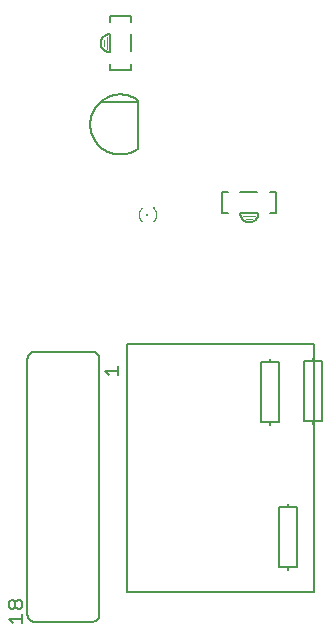
<source format=gto>
G75*
%MOIN*%
%OFA0B0*%
%FSLAX25Y25*%
%IPPOS*%
%LPD*%
%AMOC8*
5,1,8,0,0,1.08239X$1,22.5*
%
%ADD10C,0.00400*%
%ADD11R,0.00787X0.00787*%
%ADD12R,0.00984X0.00591*%
%ADD13C,0.00600*%
%ADD14C,0.00200*%
%ADD15C,0.00500*%
%ADD16C,0.00800*%
D10*
X0078008Y0144071D02*
X0077931Y0144144D01*
X0077856Y0144219D01*
X0077785Y0144297D01*
X0077716Y0144378D01*
X0077650Y0144461D01*
X0077587Y0144546D01*
X0077528Y0144634D01*
X0077471Y0144723D01*
X0077418Y0144815D01*
X0077368Y0144909D01*
X0077322Y0145004D01*
X0077279Y0145101D01*
X0077240Y0145199D01*
X0077204Y0145299D01*
X0077172Y0145400D01*
X0077144Y0145502D01*
X0077119Y0145605D01*
X0077098Y0145709D01*
X0077081Y0145814D01*
X0077067Y0145919D01*
X0077058Y0146024D01*
X0077052Y0146130D01*
X0077050Y0146236D01*
X0077052Y0146342D01*
X0077058Y0146448D01*
X0077067Y0146553D01*
X0077081Y0146658D01*
X0077098Y0146763D01*
X0077119Y0146867D01*
X0077144Y0146970D01*
X0077172Y0147072D01*
X0077204Y0147173D01*
X0077240Y0147273D01*
X0077279Y0147371D01*
X0077322Y0147468D01*
X0077368Y0147563D01*
X0077418Y0147657D01*
X0077471Y0147749D01*
X0077528Y0147838D01*
X0077587Y0147926D01*
X0077650Y0148011D01*
X0077716Y0148094D01*
X0077785Y0148175D01*
X0077856Y0148253D01*
X0077931Y0148328D01*
X0078008Y0148401D01*
X0081944Y0148401D02*
X0082021Y0148328D01*
X0082096Y0148253D01*
X0082167Y0148175D01*
X0082236Y0148094D01*
X0082302Y0148011D01*
X0082365Y0147926D01*
X0082424Y0147838D01*
X0082481Y0147749D01*
X0082534Y0147657D01*
X0082584Y0147563D01*
X0082630Y0147468D01*
X0082673Y0147371D01*
X0082712Y0147273D01*
X0082748Y0147173D01*
X0082780Y0147072D01*
X0082808Y0146970D01*
X0082833Y0146867D01*
X0082854Y0146763D01*
X0082871Y0146658D01*
X0082885Y0146553D01*
X0082894Y0146448D01*
X0082900Y0146342D01*
X0082902Y0146236D01*
X0082900Y0146130D01*
X0082894Y0146024D01*
X0082885Y0145919D01*
X0082871Y0145814D01*
X0082854Y0145709D01*
X0082833Y0145605D01*
X0082808Y0145502D01*
X0082780Y0145400D01*
X0082748Y0145299D01*
X0082712Y0145199D01*
X0082673Y0145101D01*
X0082630Y0145004D01*
X0082584Y0144909D01*
X0082534Y0144815D01*
X0082481Y0144723D01*
X0082424Y0144634D01*
X0082365Y0144546D01*
X0082302Y0144461D01*
X0082236Y0144378D01*
X0082167Y0144297D01*
X0082096Y0144219D01*
X0082021Y0144144D01*
X0081944Y0144071D01*
D11*
X0079976Y0146236D03*
D12*
X0082240Y0148303D03*
D13*
X0076882Y0168315D02*
X0076882Y0183815D01*
X0064382Y0183815D01*
X0070882Y0186315D02*
X0071120Y0186312D01*
X0071358Y0186304D01*
X0071596Y0186289D01*
X0071834Y0186270D01*
X0072071Y0186244D01*
X0072307Y0186213D01*
X0072543Y0186176D01*
X0072777Y0186134D01*
X0073011Y0186086D01*
X0073243Y0186032D01*
X0073474Y0185973D01*
X0073703Y0185909D01*
X0073931Y0185839D01*
X0074157Y0185763D01*
X0074381Y0185683D01*
X0074604Y0185597D01*
X0074824Y0185505D01*
X0075042Y0185409D01*
X0075257Y0185307D01*
X0075470Y0185200D01*
X0075681Y0185088D01*
X0075888Y0184972D01*
X0076093Y0184850D01*
X0076295Y0184723D01*
X0076494Y0184592D01*
X0076690Y0184456D01*
X0076882Y0184315D01*
X0076882Y0183815D01*
X0070882Y0186315D02*
X0070638Y0186312D01*
X0070395Y0186303D01*
X0070152Y0186288D01*
X0069909Y0186268D01*
X0069667Y0186241D01*
X0069426Y0186208D01*
X0069186Y0186170D01*
X0068946Y0186126D01*
X0068708Y0186076D01*
X0068471Y0186020D01*
X0068235Y0185958D01*
X0068001Y0185891D01*
X0067769Y0185818D01*
X0067538Y0185739D01*
X0067310Y0185655D01*
X0067083Y0185565D01*
X0066859Y0185470D01*
X0066637Y0185369D01*
X0066418Y0185263D01*
X0066202Y0185152D01*
X0065988Y0185035D01*
X0065777Y0184914D01*
X0065569Y0184787D01*
X0065364Y0184655D01*
X0065163Y0184518D01*
X0064965Y0184376D01*
X0064770Y0184230D01*
X0064579Y0184079D01*
X0064392Y0183923D01*
X0064209Y0183763D01*
X0064029Y0183598D01*
X0063854Y0183429D01*
X0063683Y0183256D01*
X0063516Y0183078D01*
X0063354Y0182897D01*
X0063196Y0182712D01*
X0063042Y0182523D01*
X0062893Y0182330D01*
X0062749Y0182134D01*
X0062610Y0181934D01*
X0062475Y0181731D01*
X0062346Y0181524D01*
X0062222Y0181315D01*
X0062103Y0181103D01*
X0061989Y0180887D01*
X0061880Y0180670D01*
X0061777Y0180449D01*
X0061679Y0180226D01*
X0061586Y0180001D01*
X0061499Y0179773D01*
X0061418Y0179544D01*
X0061342Y0179312D01*
X0061272Y0179079D01*
X0061207Y0178844D01*
X0061148Y0178608D01*
X0061095Y0178370D01*
X0061048Y0178131D01*
X0061007Y0177891D01*
X0060972Y0177650D01*
X0060942Y0177409D01*
X0060918Y0177166D01*
X0060901Y0176923D01*
X0060889Y0176680D01*
X0060883Y0176437D01*
X0060883Y0176193D01*
X0060889Y0175950D01*
X0060901Y0175707D01*
X0060918Y0175464D01*
X0060942Y0175221D01*
X0060972Y0174980D01*
X0061007Y0174739D01*
X0061048Y0174499D01*
X0061095Y0174260D01*
X0061148Y0174022D01*
X0061207Y0173786D01*
X0061272Y0173551D01*
X0061342Y0173318D01*
X0061418Y0173086D01*
X0061499Y0172857D01*
X0061586Y0172629D01*
X0061679Y0172404D01*
X0061777Y0172181D01*
X0061880Y0171960D01*
X0061989Y0171743D01*
X0062103Y0171527D01*
X0062222Y0171315D01*
X0062346Y0171106D01*
X0062475Y0170899D01*
X0062610Y0170696D01*
X0062749Y0170496D01*
X0062893Y0170300D01*
X0063042Y0170107D01*
X0063196Y0169918D01*
X0063354Y0169733D01*
X0063516Y0169552D01*
X0063683Y0169374D01*
X0063854Y0169201D01*
X0064029Y0169032D01*
X0064209Y0168867D01*
X0064392Y0168707D01*
X0064579Y0168551D01*
X0064770Y0168400D01*
X0064965Y0168254D01*
X0065163Y0168112D01*
X0065364Y0167975D01*
X0065569Y0167843D01*
X0065777Y0167716D01*
X0065988Y0167595D01*
X0066202Y0167478D01*
X0066418Y0167367D01*
X0066637Y0167261D01*
X0066859Y0167160D01*
X0067083Y0167065D01*
X0067310Y0166975D01*
X0067538Y0166891D01*
X0067769Y0166812D01*
X0068001Y0166739D01*
X0068235Y0166672D01*
X0068471Y0166610D01*
X0068708Y0166554D01*
X0068946Y0166504D01*
X0069186Y0166460D01*
X0069426Y0166422D01*
X0069667Y0166389D01*
X0069909Y0166362D01*
X0070152Y0166342D01*
X0070395Y0166327D01*
X0070638Y0166318D01*
X0070882Y0166315D01*
X0071120Y0166318D01*
X0071358Y0166326D01*
X0071596Y0166341D01*
X0071834Y0166360D01*
X0072071Y0166386D01*
X0072307Y0166417D01*
X0072543Y0166454D01*
X0072777Y0166496D01*
X0073011Y0166544D01*
X0073243Y0166598D01*
X0073474Y0166657D01*
X0073703Y0166721D01*
X0073931Y0166791D01*
X0074157Y0166867D01*
X0074381Y0166947D01*
X0074604Y0167033D01*
X0074824Y0167125D01*
X0075042Y0167221D01*
X0075257Y0167323D01*
X0075470Y0167430D01*
X0075681Y0167542D01*
X0075888Y0167658D01*
X0076093Y0167780D01*
X0076295Y0167907D01*
X0076494Y0168038D01*
X0076690Y0168174D01*
X0076882Y0168315D01*
X0074382Y0194441D02*
X0067382Y0194441D01*
X0067382Y0196441D01*
X0067382Y0200441D02*
X0067382Y0206441D01*
X0067382Y0210441D02*
X0067382Y0212441D01*
X0074382Y0212441D01*
X0074382Y0210441D01*
X0074382Y0206441D02*
X0074382Y0200941D01*
X0074382Y0196441D02*
X0074382Y0194441D01*
X0067382Y0200441D02*
X0067274Y0200443D01*
X0067166Y0200449D01*
X0067058Y0200459D01*
X0066950Y0200472D01*
X0066843Y0200490D01*
X0066737Y0200511D01*
X0066632Y0200536D01*
X0066527Y0200565D01*
X0066424Y0200598D01*
X0066322Y0200634D01*
X0066221Y0200675D01*
X0066122Y0200718D01*
X0066025Y0200766D01*
X0065929Y0200816D01*
X0065835Y0200870D01*
X0065744Y0200928D01*
X0065654Y0200989D01*
X0065566Y0201053D01*
X0065481Y0201120D01*
X0065399Y0201190D01*
X0065319Y0201263D01*
X0065242Y0201339D01*
X0065167Y0201418D01*
X0065096Y0201499D01*
X0065027Y0201583D01*
X0064961Y0201669D01*
X0064899Y0201757D01*
X0064840Y0201848D01*
X0064784Y0201941D01*
X0064731Y0202036D01*
X0064682Y0202132D01*
X0064637Y0202231D01*
X0064595Y0202331D01*
X0064557Y0202432D01*
X0064522Y0202535D01*
X0064491Y0202638D01*
X0064464Y0202743D01*
X0064441Y0202849D01*
X0064422Y0202956D01*
X0064406Y0203063D01*
X0064394Y0203171D01*
X0064386Y0203279D01*
X0064382Y0203387D01*
X0064382Y0203495D01*
X0064386Y0203603D01*
X0064394Y0203711D01*
X0064406Y0203819D01*
X0064422Y0203926D01*
X0064441Y0204033D01*
X0064464Y0204139D01*
X0064491Y0204244D01*
X0064522Y0204347D01*
X0064557Y0204450D01*
X0064595Y0204551D01*
X0064637Y0204651D01*
X0064682Y0204750D01*
X0064731Y0204846D01*
X0064784Y0204941D01*
X0064840Y0205034D01*
X0064899Y0205125D01*
X0064961Y0205213D01*
X0065027Y0205299D01*
X0065096Y0205383D01*
X0065167Y0205464D01*
X0065242Y0205543D01*
X0065319Y0205619D01*
X0065399Y0205692D01*
X0065481Y0205762D01*
X0065566Y0205829D01*
X0065654Y0205893D01*
X0065744Y0205954D01*
X0065835Y0206012D01*
X0065929Y0206066D01*
X0066025Y0206116D01*
X0066122Y0206164D01*
X0066221Y0206207D01*
X0066322Y0206248D01*
X0066424Y0206284D01*
X0066527Y0206317D01*
X0066632Y0206346D01*
X0066737Y0206371D01*
X0066843Y0206392D01*
X0066950Y0206410D01*
X0067058Y0206423D01*
X0067166Y0206433D01*
X0067274Y0206439D01*
X0067382Y0206441D01*
X0104913Y0153752D02*
X0104913Y0146752D01*
X0106913Y0146752D01*
X0110913Y0146752D02*
X0116913Y0146752D01*
X0116911Y0146644D01*
X0116905Y0146536D01*
X0116895Y0146428D01*
X0116882Y0146320D01*
X0116864Y0146213D01*
X0116843Y0146107D01*
X0116818Y0146002D01*
X0116789Y0145897D01*
X0116756Y0145794D01*
X0116720Y0145692D01*
X0116679Y0145591D01*
X0116636Y0145492D01*
X0116588Y0145395D01*
X0116538Y0145299D01*
X0116484Y0145205D01*
X0116426Y0145114D01*
X0116365Y0145024D01*
X0116301Y0144936D01*
X0116234Y0144851D01*
X0116164Y0144769D01*
X0116091Y0144689D01*
X0116015Y0144612D01*
X0115936Y0144537D01*
X0115855Y0144466D01*
X0115771Y0144397D01*
X0115685Y0144331D01*
X0115597Y0144269D01*
X0115506Y0144210D01*
X0115413Y0144154D01*
X0115318Y0144101D01*
X0115222Y0144052D01*
X0115123Y0144007D01*
X0115023Y0143965D01*
X0114922Y0143927D01*
X0114819Y0143892D01*
X0114716Y0143861D01*
X0114611Y0143834D01*
X0114505Y0143811D01*
X0114398Y0143792D01*
X0114291Y0143776D01*
X0114183Y0143764D01*
X0114075Y0143756D01*
X0113967Y0143752D01*
X0113859Y0143752D01*
X0113751Y0143756D01*
X0113643Y0143764D01*
X0113535Y0143776D01*
X0113428Y0143792D01*
X0113321Y0143811D01*
X0113215Y0143834D01*
X0113110Y0143861D01*
X0113007Y0143892D01*
X0112904Y0143927D01*
X0112803Y0143965D01*
X0112703Y0144007D01*
X0112604Y0144052D01*
X0112508Y0144101D01*
X0112413Y0144154D01*
X0112320Y0144210D01*
X0112229Y0144269D01*
X0112141Y0144331D01*
X0112055Y0144397D01*
X0111971Y0144466D01*
X0111890Y0144537D01*
X0111811Y0144612D01*
X0111735Y0144689D01*
X0111662Y0144769D01*
X0111592Y0144851D01*
X0111525Y0144936D01*
X0111461Y0145024D01*
X0111400Y0145114D01*
X0111342Y0145205D01*
X0111288Y0145299D01*
X0111238Y0145395D01*
X0111190Y0145492D01*
X0111147Y0145591D01*
X0111106Y0145692D01*
X0111070Y0145794D01*
X0111037Y0145897D01*
X0111008Y0146002D01*
X0110983Y0146107D01*
X0110962Y0146213D01*
X0110944Y0146320D01*
X0110931Y0146428D01*
X0110921Y0146536D01*
X0110915Y0146644D01*
X0110913Y0146752D01*
X0110913Y0153752D02*
X0116413Y0153752D01*
X0120913Y0153752D02*
X0122913Y0153752D01*
X0122913Y0146752D01*
X0120913Y0146752D01*
X0106913Y0153752D02*
X0104913Y0153752D01*
X0063945Y0098067D02*
X0063945Y0013067D01*
X0063943Y0012969D01*
X0063937Y0012871D01*
X0063928Y0012773D01*
X0063914Y0012676D01*
X0063897Y0012579D01*
X0063876Y0012483D01*
X0063851Y0012388D01*
X0063823Y0012294D01*
X0063790Y0012202D01*
X0063755Y0012110D01*
X0063715Y0012020D01*
X0063673Y0011932D01*
X0063626Y0011845D01*
X0063577Y0011761D01*
X0063524Y0011678D01*
X0063468Y0011598D01*
X0063408Y0011519D01*
X0063346Y0011443D01*
X0063281Y0011370D01*
X0063213Y0011299D01*
X0063142Y0011231D01*
X0063069Y0011166D01*
X0062993Y0011104D01*
X0062914Y0011044D01*
X0062834Y0010988D01*
X0062751Y0010935D01*
X0062667Y0010886D01*
X0062580Y0010839D01*
X0062492Y0010797D01*
X0062402Y0010757D01*
X0062310Y0010722D01*
X0062218Y0010689D01*
X0062124Y0010661D01*
X0062029Y0010636D01*
X0061933Y0010615D01*
X0061836Y0010598D01*
X0061739Y0010584D01*
X0061641Y0010575D01*
X0061543Y0010569D01*
X0061445Y0010567D01*
X0042445Y0010567D01*
X0042347Y0010569D01*
X0042249Y0010575D01*
X0042151Y0010584D01*
X0042054Y0010598D01*
X0041957Y0010615D01*
X0041861Y0010636D01*
X0041766Y0010661D01*
X0041672Y0010689D01*
X0041580Y0010722D01*
X0041488Y0010757D01*
X0041398Y0010797D01*
X0041310Y0010839D01*
X0041223Y0010886D01*
X0041139Y0010935D01*
X0041056Y0010988D01*
X0040976Y0011044D01*
X0040897Y0011104D01*
X0040821Y0011166D01*
X0040748Y0011231D01*
X0040677Y0011299D01*
X0040609Y0011370D01*
X0040544Y0011443D01*
X0040482Y0011519D01*
X0040422Y0011598D01*
X0040366Y0011678D01*
X0040313Y0011761D01*
X0040264Y0011845D01*
X0040217Y0011932D01*
X0040175Y0012020D01*
X0040135Y0012110D01*
X0040100Y0012202D01*
X0040067Y0012294D01*
X0040039Y0012388D01*
X0040014Y0012483D01*
X0039993Y0012579D01*
X0039976Y0012676D01*
X0039962Y0012773D01*
X0039953Y0012871D01*
X0039947Y0012969D01*
X0039945Y0013067D01*
X0039945Y0098067D01*
X0039947Y0098165D01*
X0039953Y0098263D01*
X0039962Y0098361D01*
X0039976Y0098458D01*
X0039993Y0098555D01*
X0040014Y0098651D01*
X0040039Y0098746D01*
X0040067Y0098840D01*
X0040100Y0098932D01*
X0040135Y0099024D01*
X0040175Y0099114D01*
X0040217Y0099202D01*
X0040264Y0099289D01*
X0040313Y0099373D01*
X0040366Y0099456D01*
X0040422Y0099536D01*
X0040482Y0099615D01*
X0040544Y0099691D01*
X0040609Y0099764D01*
X0040677Y0099835D01*
X0040748Y0099903D01*
X0040821Y0099968D01*
X0040897Y0100030D01*
X0040976Y0100090D01*
X0041056Y0100146D01*
X0041139Y0100199D01*
X0041223Y0100248D01*
X0041310Y0100295D01*
X0041398Y0100337D01*
X0041488Y0100377D01*
X0041580Y0100412D01*
X0041672Y0100445D01*
X0041766Y0100473D01*
X0041861Y0100498D01*
X0041957Y0100519D01*
X0042054Y0100536D01*
X0042151Y0100550D01*
X0042249Y0100559D01*
X0042347Y0100565D01*
X0042445Y0100567D01*
X0061445Y0100567D01*
X0061543Y0100565D01*
X0061641Y0100559D01*
X0061739Y0100550D01*
X0061836Y0100536D01*
X0061933Y0100519D01*
X0062029Y0100498D01*
X0062124Y0100473D01*
X0062218Y0100445D01*
X0062310Y0100412D01*
X0062402Y0100377D01*
X0062492Y0100337D01*
X0062580Y0100295D01*
X0062667Y0100248D01*
X0062751Y0100199D01*
X0062834Y0100146D01*
X0062914Y0100090D01*
X0062993Y0100030D01*
X0063069Y0099968D01*
X0063142Y0099903D01*
X0063213Y0099835D01*
X0063281Y0099764D01*
X0063346Y0099691D01*
X0063408Y0099615D01*
X0063468Y0099536D01*
X0063524Y0099456D01*
X0063577Y0099373D01*
X0063626Y0099289D01*
X0063673Y0099202D01*
X0063715Y0099114D01*
X0063755Y0099024D01*
X0063790Y0098932D01*
X0063823Y0098840D01*
X0063851Y0098746D01*
X0063876Y0098651D01*
X0063897Y0098555D01*
X0063914Y0098458D01*
X0063928Y0098361D01*
X0063937Y0098263D01*
X0063943Y0098165D01*
X0063945Y0098067D01*
D14*
X0111913Y0145752D02*
X0115913Y0145752D01*
X0114913Y0144752D02*
X0112913Y0144752D01*
X0066382Y0201441D02*
X0066382Y0205441D01*
X0065382Y0204441D02*
X0065382Y0202441D01*
D15*
X0038195Y0011610D02*
X0033691Y0011610D01*
X0035192Y0010109D01*
X0038195Y0010109D02*
X0038195Y0013112D01*
X0037444Y0014713D02*
X0036694Y0014713D01*
X0035943Y0015464D01*
X0035943Y0016965D01*
X0036694Y0017716D01*
X0037444Y0017716D01*
X0038195Y0016965D01*
X0038195Y0015464D01*
X0037444Y0014713D01*
X0035943Y0015464D02*
X0035192Y0014713D01*
X0034442Y0014713D01*
X0033691Y0015464D01*
X0033691Y0016965D01*
X0034442Y0017716D01*
X0035192Y0017716D01*
X0035943Y0016965D01*
X0073008Y0020567D02*
X0073008Y0103067D01*
X0135508Y0103067D01*
X0135508Y0020567D01*
X0073008Y0020567D01*
X0070195Y0092713D02*
X0070195Y0095716D01*
X0070195Y0094214D02*
X0065691Y0094214D01*
X0067192Y0092713D01*
D16*
X0117843Y0097260D02*
X0117843Y0077260D01*
X0120843Y0077260D01*
X0120843Y0076260D01*
X0120843Y0077260D02*
X0123843Y0077260D01*
X0123843Y0097260D01*
X0120843Y0097260D01*
X0120843Y0098260D01*
X0120843Y0097260D02*
X0117843Y0097260D01*
X0132094Y0097575D02*
X0132094Y0077575D01*
X0135094Y0077575D01*
X0135094Y0076575D01*
X0135094Y0077575D02*
X0138094Y0077575D01*
X0138094Y0097575D01*
X0135094Y0097575D01*
X0135094Y0098575D01*
X0135094Y0097575D02*
X0132094Y0097575D01*
X0126866Y0049815D02*
X0126866Y0048815D01*
X0129866Y0048815D01*
X0129866Y0028815D01*
X0126866Y0028815D01*
X0126866Y0027815D01*
X0126866Y0028815D02*
X0123866Y0028815D01*
X0123866Y0048815D01*
X0126866Y0048815D01*
M02*

</source>
